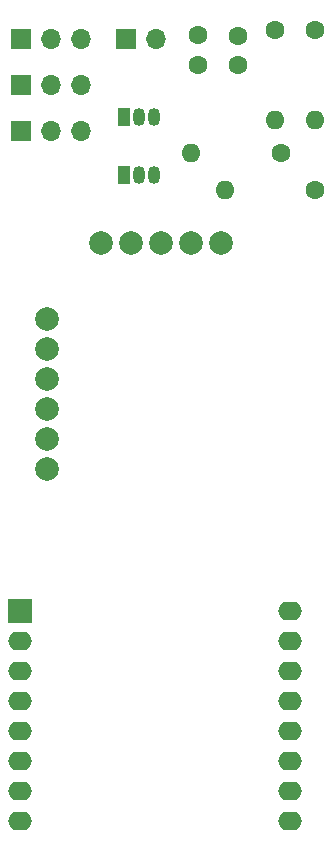
<source format=gbr>
%TF.GenerationSoftware,KiCad,Pcbnew,7.0.5-0*%
%TF.CreationDate,2023-07-06T10:59:35-04:00*%
%TF.ProjectId,Lemmingometre_v2,4c656d6d-696e-4676-9f6d-657472655f76,rev?*%
%TF.SameCoordinates,Original*%
%TF.FileFunction,Soldermask,Top*%
%TF.FilePolarity,Negative*%
%FSLAX46Y46*%
G04 Gerber Fmt 4.6, Leading zero omitted, Abs format (unit mm)*
G04 Created by KiCad (PCBNEW 7.0.5-0) date 2023-07-06 10:59:35*
%MOMM*%
%LPD*%
G01*
G04 APERTURE LIST*
%ADD10R,2.000000X2.000000*%
%ADD11O,2.000000X1.600000*%
%ADD12C,1.600000*%
%ADD13O,1.600000X1.600000*%
%ADD14R,1.700000X1.700000*%
%ADD15O,1.700000X1.700000*%
%ADD16R,1.050000X1.500000*%
%ADD17O,1.050000X1.500000*%
%ADD18C,2.000000*%
G04 APERTURE END LIST*
D10*
%TO.C,MCU1*%
X147090000Y-94150000D03*
D11*
X147090000Y-96690000D03*
X147090000Y-99230000D03*
X147090000Y-101770000D03*
X147090000Y-104310000D03*
X147090000Y-106850000D03*
X147090000Y-109390000D03*
X147090000Y-111930000D03*
X169950000Y-111930000D03*
X169950000Y-109390000D03*
X169950000Y-106850000D03*
X169950000Y-104310000D03*
X169950000Y-101770000D03*
X169950000Y-99230000D03*
X169950000Y-96690000D03*
X169950000Y-94150000D03*
%TD*%
D12*
%TO.C,R2*%
X172075000Y-44955000D03*
D13*
X172075000Y-52575000D03*
%TD*%
D14*
%TO.C,H6*%
X147175000Y-53500000D03*
D15*
X149715000Y-53500000D03*
X152255000Y-53500000D03*
%TD*%
D14*
%TO.C,H5*%
X147170000Y-45675000D03*
D15*
X149710000Y-45675000D03*
X152250000Y-45675000D03*
%TD*%
D14*
%TO.C,H1*%
X156060000Y-45690000D03*
D15*
X158600000Y-45690000D03*
%TD*%
D12*
%TO.C,R4*%
X172060000Y-58475000D03*
D13*
X164440000Y-58475000D03*
%TD*%
D12*
%TO.C,R1*%
X168725000Y-44905000D03*
D13*
X168725000Y-52525000D03*
%TD*%
D16*
%TO.C,NPN2*%
X155880000Y-52260000D03*
D17*
X157150000Y-52260000D03*
X158420000Y-52260000D03*
%TD*%
D12*
%TO.C,C1*%
X162200000Y-45400000D03*
X162200000Y-47900000D03*
%TD*%
%TO.C,R3*%
X169185000Y-55375000D03*
D13*
X161565000Y-55375000D03*
%TD*%
D18*
%TO.C,SD1*%
X149440000Y-69370000D03*
X149440000Y-71910000D03*
X149440000Y-74450000D03*
X149440000Y-76990000D03*
X149440000Y-79530000D03*
X149440000Y-82070000D03*
%TD*%
D12*
%TO.C,C2*%
X165550000Y-45425000D03*
X165550000Y-47925000D03*
%TD*%
D16*
%TO.C,NPN1*%
X155885000Y-57175000D03*
D17*
X157155000Y-57175000D03*
X158425000Y-57175000D03*
%TD*%
D14*
%TO.C,H4*%
X147175000Y-49625000D03*
D15*
X149715000Y-49625000D03*
X152255000Y-49625000D03*
%TD*%
D18*
%TO.C,RTC1*%
X164140000Y-62940000D03*
X161600000Y-62940000D03*
X159060000Y-62940000D03*
X156520000Y-62940000D03*
X153980000Y-62940000D03*
%TD*%
M02*

</source>
